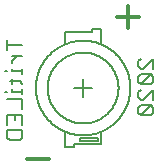
<source format=gbo>
G04 EAGLE Gerber RS-274X export*
G75*
%MOMM*%
%FSLAX34Y34*%
%LPD*%
%INSilkscreen Bottom*%
%IPPOS*%
%AMOC8*
5,1,8,0,0,1.08239X$1,22.5*%
G01*
%ADD10C,0.304800*%
%ADD11C,0.152400*%
%ADD12C,0.127000*%


D10*
X149225Y139700D02*
X168275Y139700D01*
X158750Y149225D02*
X158750Y130175D01*
X92075Y19050D02*
X73025Y19050D01*
D11*
X69088Y115651D02*
X56377Y115651D01*
X56377Y119888D02*
X56377Y111414D01*
X60614Y106791D02*
X69088Y106791D01*
X64851Y106791D02*
X60614Y102554D01*
X60614Y100435D01*
X60614Y95876D02*
X60614Y93758D01*
X69088Y93758D01*
X69088Y95876D02*
X69088Y91639D01*
X56377Y93758D02*
X54259Y93758D01*
X58496Y85026D02*
X66970Y85026D01*
X69088Y82908D01*
X60614Y82908D02*
X60614Y87145D01*
X60614Y78413D02*
X60614Y76295D01*
X69088Y76295D01*
X69088Y78413D02*
X69088Y74176D01*
X56377Y76295D02*
X54259Y76295D01*
X56377Y69682D02*
X69088Y69682D01*
X69088Y61208D01*
X56377Y56585D02*
X56377Y48111D01*
X56377Y56585D02*
X69088Y56585D01*
X69088Y48111D01*
X62733Y52348D02*
X62733Y56585D01*
X56377Y43487D02*
X69088Y43487D01*
X69088Y37132D01*
X66970Y35013D01*
X58496Y35013D01*
X56377Y37132D01*
X56377Y43487D01*
X180213Y95539D02*
X180213Y104013D01*
X171739Y95539D01*
X169621Y95539D01*
X167502Y97658D01*
X167502Y101895D01*
X169621Y104013D01*
X169621Y90916D02*
X178095Y90916D01*
X169621Y90916D02*
X167502Y88797D01*
X167502Y84560D01*
X169621Y82442D01*
X178095Y82442D01*
X180213Y84560D01*
X180213Y88797D01*
X178095Y90916D01*
X169621Y82442D01*
X180213Y77819D02*
X180213Y69345D01*
X180213Y77819D02*
X171739Y69345D01*
X169621Y69345D01*
X167502Y71463D01*
X167502Y75700D01*
X169621Y77819D01*
X169621Y64721D02*
X178095Y64721D01*
X169621Y64721D02*
X167502Y62603D01*
X167502Y58366D01*
X169621Y56247D01*
X178095Y56247D01*
X180213Y58366D01*
X180213Y62603D01*
X178095Y64721D01*
X169621Y56247D01*
D12*
X80650Y79375D02*
X80662Y80357D01*
X80698Y81338D01*
X80758Y82318D01*
X80843Y83296D01*
X80951Y84271D01*
X81083Y85244D01*
X81239Y86213D01*
X81419Y87179D01*
X81622Y88139D01*
X81849Y89094D01*
X82099Y90044D01*
X82372Y90986D01*
X82669Y91922D01*
X82988Y92851D01*
X83330Y93771D01*
X83695Y94682D01*
X84082Y95585D01*
X84490Y96477D01*
X84921Y97359D01*
X85373Y98231D01*
X85847Y99091D01*
X86341Y99939D01*
X86856Y100775D01*
X87391Y101598D01*
X87947Y102407D01*
X88522Y103203D01*
X89116Y103984D01*
X89730Y104751D01*
X90362Y105502D01*
X91012Y106237D01*
X91680Y106957D01*
X92366Y107659D01*
X93068Y108345D01*
X93788Y109013D01*
X94523Y109663D01*
X95274Y110295D01*
X96041Y110909D01*
X96822Y111503D01*
X97618Y112078D01*
X98427Y112634D01*
X99250Y113169D01*
X100086Y113684D01*
X100934Y114178D01*
X101794Y114652D01*
X102666Y115104D01*
X103548Y115535D01*
X104440Y115943D01*
X105343Y116330D01*
X106254Y116695D01*
X107174Y117037D01*
X108103Y117356D01*
X109039Y117653D01*
X109981Y117926D01*
X110931Y118176D01*
X111886Y118403D01*
X112846Y118606D01*
X113812Y118786D01*
X114781Y118942D01*
X115754Y119074D01*
X116729Y119182D01*
X117707Y119267D01*
X118687Y119327D01*
X119668Y119363D01*
X120650Y119375D01*
X121632Y119363D01*
X122613Y119327D01*
X123593Y119267D01*
X124571Y119182D01*
X125546Y119074D01*
X126519Y118942D01*
X127488Y118786D01*
X128454Y118606D01*
X129414Y118403D01*
X130369Y118176D01*
X131319Y117926D01*
X132261Y117653D01*
X133197Y117356D01*
X134126Y117037D01*
X135046Y116695D01*
X135957Y116330D01*
X136860Y115943D01*
X137752Y115535D01*
X138634Y115104D01*
X139506Y114652D01*
X140366Y114178D01*
X141214Y113684D01*
X142050Y113169D01*
X142873Y112634D01*
X143682Y112078D01*
X144478Y111503D01*
X145259Y110909D01*
X146026Y110295D01*
X146777Y109663D01*
X147512Y109013D01*
X148232Y108345D01*
X148934Y107659D01*
X149620Y106957D01*
X150288Y106237D01*
X150938Y105502D01*
X151570Y104751D01*
X152184Y103984D01*
X152778Y103203D01*
X153353Y102407D01*
X153909Y101598D01*
X154444Y100775D01*
X154959Y99939D01*
X155453Y99091D01*
X155927Y98231D01*
X156379Y97359D01*
X156810Y96477D01*
X157218Y95585D01*
X157605Y94682D01*
X157970Y93771D01*
X158312Y92851D01*
X158631Y91922D01*
X158928Y90986D01*
X159201Y90044D01*
X159451Y89094D01*
X159678Y88139D01*
X159881Y87179D01*
X160061Y86213D01*
X160217Y85244D01*
X160349Y84271D01*
X160457Y83296D01*
X160542Y82318D01*
X160602Y81338D01*
X160638Y80357D01*
X160650Y79375D01*
X160638Y78393D01*
X160602Y77412D01*
X160542Y76432D01*
X160457Y75454D01*
X160349Y74479D01*
X160217Y73506D01*
X160061Y72537D01*
X159881Y71571D01*
X159678Y70611D01*
X159451Y69656D01*
X159201Y68706D01*
X158928Y67764D01*
X158631Y66828D01*
X158312Y65899D01*
X157970Y64979D01*
X157605Y64068D01*
X157218Y63165D01*
X156810Y62273D01*
X156379Y61391D01*
X155927Y60519D01*
X155453Y59659D01*
X154959Y58811D01*
X154444Y57975D01*
X153909Y57152D01*
X153353Y56343D01*
X152778Y55547D01*
X152184Y54766D01*
X151570Y53999D01*
X150938Y53248D01*
X150288Y52513D01*
X149620Y51793D01*
X148934Y51091D01*
X148232Y50405D01*
X147512Y49737D01*
X146777Y49087D01*
X146026Y48455D01*
X145259Y47841D01*
X144478Y47247D01*
X143682Y46672D01*
X142873Y46116D01*
X142050Y45581D01*
X141214Y45066D01*
X140366Y44572D01*
X139506Y44098D01*
X138634Y43646D01*
X137752Y43215D01*
X136860Y42807D01*
X135957Y42420D01*
X135046Y42055D01*
X134126Y41713D01*
X133197Y41394D01*
X132261Y41097D01*
X131319Y40824D01*
X130369Y40574D01*
X129414Y40347D01*
X128454Y40144D01*
X127488Y39964D01*
X126519Y39808D01*
X125546Y39676D01*
X124571Y39568D01*
X123593Y39483D01*
X122613Y39423D01*
X121632Y39387D01*
X120650Y39375D01*
X119668Y39387D01*
X118687Y39423D01*
X117707Y39483D01*
X116729Y39568D01*
X115754Y39676D01*
X114781Y39808D01*
X113812Y39964D01*
X112846Y40144D01*
X111886Y40347D01*
X110931Y40574D01*
X109981Y40824D01*
X109039Y41097D01*
X108103Y41394D01*
X107174Y41713D01*
X106254Y42055D01*
X105343Y42420D01*
X104440Y42807D01*
X103548Y43215D01*
X102666Y43646D01*
X101794Y44098D01*
X100934Y44572D01*
X100086Y45066D01*
X99250Y45581D01*
X98427Y46116D01*
X97618Y46672D01*
X96822Y47247D01*
X96041Y47841D01*
X95274Y48455D01*
X94523Y49087D01*
X93788Y49737D01*
X93068Y50405D01*
X92366Y51091D01*
X91680Y51793D01*
X91012Y52513D01*
X90362Y53248D01*
X89730Y53999D01*
X89116Y54766D01*
X88522Y55547D01*
X87947Y56343D01*
X87391Y57152D01*
X86856Y57975D01*
X86341Y58811D01*
X85847Y59659D01*
X85373Y60519D01*
X84921Y61391D01*
X84490Y62273D01*
X84082Y63165D01*
X83695Y64068D01*
X83330Y64979D01*
X82988Y65899D01*
X82669Y66828D01*
X82372Y67764D01*
X82099Y68706D01*
X81849Y69656D01*
X81622Y70611D01*
X81419Y71571D01*
X81239Y72537D01*
X81083Y73506D01*
X80951Y74479D01*
X80843Y75454D01*
X80758Y76432D01*
X80698Y77412D01*
X80662Y78393D01*
X80650Y79375D01*
X90650Y79375D02*
X90659Y80111D01*
X90686Y80847D01*
X90731Y81582D01*
X90794Y82316D01*
X90876Y83047D01*
X90975Y83777D01*
X91092Y84504D01*
X91226Y85228D01*
X91379Y85948D01*
X91549Y86664D01*
X91737Y87376D01*
X91942Y88084D01*
X92164Y88785D01*
X92404Y89482D01*
X92660Y90172D01*
X92934Y90856D01*
X93224Y91532D01*
X93530Y92202D01*
X93853Y92863D01*
X94192Y93517D01*
X94547Y94162D01*
X94918Y94798D01*
X95304Y95425D01*
X95706Y96042D01*
X96122Y96649D01*
X96554Y97246D01*
X97000Y97832D01*
X97460Y98407D01*
X97934Y98970D01*
X98421Y99522D01*
X98923Y100061D01*
X99437Y100588D01*
X99964Y101102D01*
X100503Y101604D01*
X101055Y102091D01*
X101618Y102565D01*
X102193Y103025D01*
X102779Y103471D01*
X103376Y103903D01*
X103983Y104319D01*
X104600Y104721D01*
X105227Y105107D01*
X105863Y105478D01*
X106508Y105833D01*
X107162Y106172D01*
X107823Y106495D01*
X108493Y106801D01*
X109169Y107091D01*
X109853Y107365D01*
X110543Y107621D01*
X111240Y107861D01*
X111941Y108083D01*
X112649Y108288D01*
X113361Y108476D01*
X114077Y108646D01*
X114797Y108799D01*
X115521Y108933D01*
X116248Y109050D01*
X116978Y109149D01*
X117709Y109231D01*
X118443Y109294D01*
X119178Y109339D01*
X119914Y109366D01*
X120650Y109375D01*
X121386Y109366D01*
X122122Y109339D01*
X122857Y109294D01*
X123591Y109231D01*
X124322Y109149D01*
X125052Y109050D01*
X125779Y108933D01*
X126503Y108799D01*
X127223Y108646D01*
X127939Y108476D01*
X128651Y108288D01*
X129359Y108083D01*
X130060Y107861D01*
X130757Y107621D01*
X131447Y107365D01*
X132131Y107091D01*
X132807Y106801D01*
X133477Y106495D01*
X134138Y106172D01*
X134792Y105833D01*
X135437Y105478D01*
X136073Y105107D01*
X136700Y104721D01*
X137317Y104319D01*
X137924Y103903D01*
X138521Y103471D01*
X139107Y103025D01*
X139682Y102565D01*
X140245Y102091D01*
X140797Y101604D01*
X141336Y101102D01*
X141863Y100588D01*
X142377Y100061D01*
X142879Y99522D01*
X143366Y98970D01*
X143840Y98407D01*
X144300Y97832D01*
X144746Y97246D01*
X145178Y96649D01*
X145594Y96042D01*
X145996Y95425D01*
X146382Y94798D01*
X146753Y94162D01*
X147108Y93517D01*
X147447Y92863D01*
X147770Y92202D01*
X148076Y91532D01*
X148366Y90856D01*
X148640Y90172D01*
X148896Y89482D01*
X149136Y88785D01*
X149358Y88084D01*
X149563Y87376D01*
X149751Y86664D01*
X149921Y85948D01*
X150074Y85228D01*
X150208Y84504D01*
X150325Y83777D01*
X150424Y83047D01*
X150506Y82316D01*
X150569Y81582D01*
X150614Y80847D01*
X150641Y80111D01*
X150650Y79375D01*
X150641Y78639D01*
X150614Y77903D01*
X150569Y77168D01*
X150506Y76434D01*
X150424Y75703D01*
X150325Y74973D01*
X150208Y74246D01*
X150074Y73522D01*
X149921Y72802D01*
X149751Y72086D01*
X149563Y71374D01*
X149358Y70666D01*
X149136Y69965D01*
X148896Y69268D01*
X148640Y68578D01*
X148366Y67894D01*
X148076Y67218D01*
X147770Y66548D01*
X147447Y65887D01*
X147108Y65233D01*
X146753Y64588D01*
X146382Y63952D01*
X145996Y63325D01*
X145594Y62708D01*
X145178Y62101D01*
X144746Y61504D01*
X144300Y60918D01*
X143840Y60343D01*
X143366Y59780D01*
X142879Y59228D01*
X142377Y58689D01*
X141863Y58162D01*
X141336Y57648D01*
X140797Y57146D01*
X140245Y56659D01*
X139682Y56185D01*
X139107Y55725D01*
X138521Y55279D01*
X137924Y54847D01*
X137317Y54431D01*
X136700Y54029D01*
X136073Y53643D01*
X135437Y53272D01*
X134792Y52917D01*
X134138Y52578D01*
X133477Y52255D01*
X132807Y51949D01*
X132131Y51659D01*
X131447Y51385D01*
X130757Y51129D01*
X130060Y50889D01*
X129359Y50667D01*
X128651Y50462D01*
X127939Y50274D01*
X127223Y50104D01*
X126503Y49951D01*
X125779Y49817D01*
X125052Y49700D01*
X124322Y49601D01*
X123591Y49519D01*
X122857Y49456D01*
X122122Y49411D01*
X121386Y49384D01*
X120650Y49375D01*
X119914Y49384D01*
X119178Y49411D01*
X118443Y49456D01*
X117709Y49519D01*
X116978Y49601D01*
X116248Y49700D01*
X115521Y49817D01*
X114797Y49951D01*
X114077Y50104D01*
X113361Y50274D01*
X112649Y50462D01*
X111941Y50667D01*
X111240Y50889D01*
X110543Y51129D01*
X109853Y51385D01*
X109169Y51659D01*
X108493Y51949D01*
X107823Y52255D01*
X107162Y52578D01*
X106508Y52917D01*
X105863Y53272D01*
X105227Y53643D01*
X104600Y54029D01*
X103983Y54431D01*
X103376Y54847D01*
X102779Y55279D01*
X102193Y55725D01*
X101618Y56185D01*
X101055Y56659D01*
X100503Y57146D01*
X99964Y57648D01*
X99437Y58162D01*
X98923Y58689D01*
X98421Y59228D01*
X97934Y59780D01*
X97460Y60343D01*
X97000Y60918D01*
X96554Y61504D01*
X96122Y62101D01*
X95706Y62708D01*
X95304Y63325D01*
X94918Y63952D01*
X94547Y64588D01*
X94192Y65233D01*
X93853Y65887D01*
X93530Y66548D01*
X93224Y67218D01*
X92934Y67894D01*
X92660Y68578D01*
X92404Y69268D01*
X92164Y69965D01*
X91942Y70666D01*
X91737Y71374D01*
X91549Y72086D01*
X91379Y72802D01*
X91226Y73522D01*
X91092Y74246D01*
X90975Y74973D01*
X90876Y75703D01*
X90794Y76434D01*
X90731Y77168D01*
X90686Y77903D01*
X90659Y78639D01*
X90650Y79375D01*
X135650Y41875D02*
X135650Y31875D01*
X113150Y31875D01*
X113150Y29375D01*
X105650Y29375D01*
X105650Y41875D01*
X105650Y116875D02*
X105650Y126875D01*
X128150Y126875D01*
X128150Y129375D01*
X135650Y129375D01*
X135650Y116875D01*
X133150Y34375D02*
X118150Y34375D01*
X118150Y36875D01*
X133150Y36875D01*
X133150Y34375D01*
X128150Y79375D02*
X113150Y79375D01*
X120650Y71875D02*
X120650Y86875D01*
M02*

</source>
